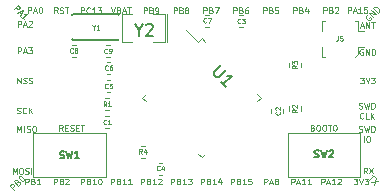
<source format=gto>
G04 #@! TF.GenerationSoftware,KiCad,Pcbnew,5.0.0-rc2-unknown-a288d61~65~ubuntu18.04.1*
G04 #@! TF.CreationDate,2018-07-04T19:13:05+02:00*
G04 #@! TF.ProjectId,STM32_Sensor_V4,53544D33325F53656E736F725F56342E,rev?*
G04 #@! TF.SameCoordinates,Original*
G04 #@! TF.FileFunction,Legend,Top*
G04 #@! TF.FilePolarity,Positive*
%FSLAX46Y46*%
G04 Gerber Fmt 4.6, Leading zero omitted, Abs format (unit mm)*
G04 Created by KiCad (PCBNEW 5.0.0-rc2-unknown-a288d61~65~ubuntu18.04.1) date Wed Jul  4 19:13:05 2018*
%MOMM*%
%LPD*%
G01*
G04 APERTURE LIST*
%ADD10C,0.100000*%
%ADD11C,0.120000*%
%ADD12C,0.150000*%
G04 APERTURE END LIST*
D10*
X154533333Y-103264285D02*
X154604761Y-103288095D01*
X154628571Y-103311904D01*
X154652380Y-103359523D01*
X154652380Y-103430952D01*
X154628571Y-103478571D01*
X154604761Y-103502380D01*
X154557142Y-103526190D01*
X154366666Y-103526190D01*
X154366666Y-103026190D01*
X154533333Y-103026190D01*
X154580952Y-103050000D01*
X154604761Y-103073809D01*
X154628571Y-103121428D01*
X154628571Y-103169047D01*
X154604761Y-103216666D01*
X154580952Y-103240476D01*
X154533333Y-103264285D01*
X154366666Y-103264285D01*
X154961904Y-103026190D02*
X155057142Y-103026190D01*
X155104761Y-103050000D01*
X155152380Y-103097619D01*
X155176190Y-103192857D01*
X155176190Y-103359523D01*
X155152380Y-103454761D01*
X155104761Y-103502380D01*
X155057142Y-103526190D01*
X154961904Y-103526190D01*
X154914285Y-103502380D01*
X154866666Y-103454761D01*
X154842857Y-103359523D01*
X154842857Y-103192857D01*
X154866666Y-103097619D01*
X154914285Y-103050000D01*
X154961904Y-103026190D01*
X155485714Y-103026190D02*
X155580952Y-103026190D01*
X155628571Y-103050000D01*
X155676190Y-103097619D01*
X155700000Y-103192857D01*
X155700000Y-103359523D01*
X155676190Y-103454761D01*
X155628571Y-103502380D01*
X155580952Y-103526190D01*
X155485714Y-103526190D01*
X155438095Y-103502380D01*
X155390476Y-103454761D01*
X155366666Y-103359523D01*
X155366666Y-103192857D01*
X155390476Y-103097619D01*
X155438095Y-103050000D01*
X155485714Y-103026190D01*
X155842857Y-103026190D02*
X156128571Y-103026190D01*
X155985714Y-103526190D02*
X155985714Y-103026190D01*
X156390476Y-103026190D02*
X156438095Y-103026190D01*
X156485714Y-103050000D01*
X156509523Y-103073809D01*
X156533333Y-103121428D01*
X156557142Y-103216666D01*
X156557142Y-103335714D01*
X156533333Y-103430952D01*
X156509523Y-103478571D01*
X156485714Y-103502380D01*
X156438095Y-103526190D01*
X156390476Y-103526190D01*
X156342857Y-103502380D01*
X156319047Y-103478571D01*
X156295238Y-103430952D01*
X156271428Y-103335714D01*
X156271428Y-103216666D01*
X156295238Y-103121428D01*
X156319047Y-103073809D01*
X156342857Y-103050000D01*
X156390476Y-103026190D01*
X133373809Y-103526190D02*
X133207142Y-103288095D01*
X133088095Y-103526190D02*
X133088095Y-103026190D01*
X133278571Y-103026190D01*
X133326190Y-103050000D01*
X133350000Y-103073809D01*
X133373809Y-103121428D01*
X133373809Y-103192857D01*
X133350000Y-103240476D01*
X133326190Y-103264285D01*
X133278571Y-103288095D01*
X133088095Y-103288095D01*
X133588095Y-103264285D02*
X133754761Y-103264285D01*
X133826190Y-103526190D02*
X133588095Y-103526190D01*
X133588095Y-103026190D01*
X133826190Y-103026190D01*
X134016666Y-103502380D02*
X134088095Y-103526190D01*
X134207142Y-103526190D01*
X134254761Y-103502380D01*
X134278571Y-103478571D01*
X134302380Y-103430952D01*
X134302380Y-103383333D01*
X134278571Y-103335714D01*
X134254761Y-103311904D01*
X134207142Y-103288095D01*
X134111904Y-103264285D01*
X134064285Y-103240476D01*
X134040476Y-103216666D01*
X134016666Y-103169047D01*
X134016666Y-103121428D01*
X134040476Y-103073809D01*
X134064285Y-103050000D01*
X134111904Y-103026190D01*
X134230952Y-103026190D01*
X134302380Y-103050000D01*
X134516666Y-103264285D02*
X134683333Y-103264285D01*
X134754761Y-103526190D02*
X134516666Y-103526190D01*
X134516666Y-103026190D01*
X134754761Y-103026190D01*
X134897619Y-103026190D02*
X135183333Y-103026190D01*
X135040476Y-103526190D02*
X135040476Y-103026190D01*
X158560952Y-99026190D02*
X158870476Y-99026190D01*
X158703809Y-99216666D01*
X158775238Y-99216666D01*
X158822857Y-99240476D01*
X158846666Y-99264285D01*
X158870476Y-99311904D01*
X158870476Y-99430952D01*
X158846666Y-99478571D01*
X158822857Y-99502380D01*
X158775238Y-99526190D01*
X158632380Y-99526190D01*
X158584761Y-99502380D01*
X158560952Y-99478571D01*
X159013333Y-99026190D02*
X159180000Y-99526190D01*
X159346666Y-99026190D01*
X159465714Y-99026190D02*
X159775238Y-99026190D01*
X159608571Y-99216666D01*
X159680000Y-99216666D01*
X159727619Y-99240476D01*
X159751428Y-99264285D01*
X159775238Y-99311904D01*
X159775238Y-99430952D01*
X159751428Y-99478571D01*
X159727619Y-99502380D01*
X159680000Y-99526190D01*
X159537142Y-99526190D01*
X159489523Y-99502380D01*
X159465714Y-99478571D01*
X158441428Y-101627380D02*
X158512857Y-101651190D01*
X158631904Y-101651190D01*
X158679523Y-101627380D01*
X158703333Y-101603571D01*
X158727142Y-101555952D01*
X158727142Y-101508333D01*
X158703333Y-101460714D01*
X158679523Y-101436904D01*
X158631904Y-101413095D01*
X158536666Y-101389285D01*
X158489047Y-101365476D01*
X158465238Y-101341666D01*
X158441428Y-101294047D01*
X158441428Y-101246428D01*
X158465238Y-101198809D01*
X158489047Y-101175000D01*
X158536666Y-101151190D01*
X158655714Y-101151190D01*
X158727142Y-101175000D01*
X158893809Y-101151190D02*
X159012857Y-101651190D01*
X159108095Y-101294047D01*
X159203333Y-101651190D01*
X159322380Y-101151190D01*
X159512857Y-101651190D02*
X159512857Y-101151190D01*
X159631904Y-101151190D01*
X159703333Y-101175000D01*
X159750952Y-101222619D01*
X159774761Y-101270238D01*
X159798571Y-101365476D01*
X159798571Y-101436904D01*
X159774761Y-101532142D01*
X159750952Y-101579761D01*
X159703333Y-101627380D01*
X159631904Y-101651190D01*
X159512857Y-101651190D01*
X158822380Y-102453571D02*
X158798571Y-102477380D01*
X158727142Y-102501190D01*
X158679523Y-102501190D01*
X158608095Y-102477380D01*
X158560476Y-102429761D01*
X158536666Y-102382142D01*
X158512857Y-102286904D01*
X158512857Y-102215476D01*
X158536666Y-102120238D01*
X158560476Y-102072619D01*
X158608095Y-102025000D01*
X158679523Y-102001190D01*
X158727142Y-102001190D01*
X158798571Y-102025000D01*
X158822380Y-102048809D01*
X159274761Y-102501190D02*
X159036666Y-102501190D01*
X159036666Y-102001190D01*
X159441428Y-102501190D02*
X159441428Y-102001190D01*
X159727142Y-102501190D02*
X159512857Y-102215476D01*
X159727142Y-102001190D02*
X159441428Y-102286904D01*
X159146666Y-107146190D02*
X158980000Y-106908095D01*
X158860952Y-107146190D02*
X158860952Y-106646190D01*
X159051428Y-106646190D01*
X159099047Y-106670000D01*
X159122857Y-106693809D01*
X159146666Y-106741428D01*
X159146666Y-106812857D01*
X159122857Y-106860476D01*
X159099047Y-106884285D01*
X159051428Y-106908095D01*
X158860952Y-106908095D01*
X159313333Y-106646190D02*
X159646666Y-107146190D01*
X159646666Y-106646190D02*
X159313333Y-107146190D01*
X158441428Y-103597380D02*
X158512857Y-103621190D01*
X158631904Y-103621190D01*
X158679523Y-103597380D01*
X158703333Y-103573571D01*
X158727142Y-103525952D01*
X158727142Y-103478333D01*
X158703333Y-103430714D01*
X158679523Y-103406904D01*
X158631904Y-103383095D01*
X158536666Y-103359285D01*
X158489047Y-103335476D01*
X158465238Y-103311666D01*
X158441428Y-103264047D01*
X158441428Y-103216428D01*
X158465238Y-103168809D01*
X158489047Y-103145000D01*
X158536666Y-103121190D01*
X158655714Y-103121190D01*
X158727142Y-103145000D01*
X158893809Y-103121190D02*
X159012857Y-103621190D01*
X159108095Y-103264047D01*
X159203333Y-103621190D01*
X159322380Y-103121190D01*
X159512857Y-103621190D02*
X159512857Y-103121190D01*
X159631904Y-103121190D01*
X159703333Y-103145000D01*
X159750952Y-103192619D01*
X159774761Y-103240238D01*
X159798571Y-103335476D01*
X159798571Y-103406904D01*
X159774761Y-103502142D01*
X159750952Y-103549761D01*
X159703333Y-103597380D01*
X159631904Y-103621190D01*
X159512857Y-103621190D01*
X158858095Y-104471190D02*
X158858095Y-103971190D01*
X159191428Y-103971190D02*
X159286666Y-103971190D01*
X159334285Y-103995000D01*
X159381904Y-104042619D01*
X159405714Y-104137857D01*
X159405714Y-104304523D01*
X159381904Y-104399761D01*
X159334285Y-104447380D01*
X159286666Y-104471190D01*
X159191428Y-104471190D01*
X159143809Y-104447380D01*
X159096190Y-104399761D01*
X159072380Y-104304523D01*
X159072380Y-104137857D01*
X159096190Y-104042619D01*
X159143809Y-103995000D01*
X159191428Y-103971190D01*
X158608571Y-94673333D02*
X158846666Y-94673333D01*
X158560952Y-94816190D02*
X158727619Y-94316190D01*
X158894285Y-94816190D01*
X159060952Y-94816190D02*
X159060952Y-94316190D01*
X159346666Y-94816190D01*
X159346666Y-94316190D01*
X159513333Y-94316190D02*
X159799047Y-94316190D01*
X159656190Y-94816190D02*
X159656190Y-94316190D01*
X158779047Y-96640000D02*
X158731428Y-96616190D01*
X158660000Y-96616190D01*
X158588571Y-96640000D01*
X158540952Y-96687619D01*
X158517142Y-96735238D01*
X158493333Y-96830476D01*
X158493333Y-96901904D01*
X158517142Y-96997142D01*
X158540952Y-97044761D01*
X158588571Y-97092380D01*
X158660000Y-97116190D01*
X158707619Y-97116190D01*
X158779047Y-97092380D01*
X158802857Y-97068571D01*
X158802857Y-96901904D01*
X158707619Y-96901904D01*
X159017142Y-97116190D02*
X159017142Y-96616190D01*
X159302857Y-97116190D01*
X159302857Y-96616190D01*
X159540952Y-97116190D02*
X159540952Y-96616190D01*
X159660000Y-96616190D01*
X159731428Y-96640000D01*
X159779047Y-96687619D01*
X159802857Y-96735238D01*
X159826666Y-96830476D01*
X159826666Y-96901904D01*
X159802857Y-96997142D01*
X159779047Y-97044761D01*
X159731428Y-97092380D01*
X159660000Y-97116190D01*
X159540952Y-97116190D01*
X129134285Y-107176190D02*
X129134285Y-106676190D01*
X129300952Y-107033333D01*
X129467619Y-106676190D01*
X129467619Y-107176190D01*
X129800952Y-106676190D02*
X129896190Y-106676190D01*
X129943809Y-106700000D01*
X129991428Y-106747619D01*
X130015238Y-106842857D01*
X130015238Y-107009523D01*
X129991428Y-107104761D01*
X129943809Y-107152380D01*
X129896190Y-107176190D01*
X129800952Y-107176190D01*
X129753333Y-107152380D01*
X129705714Y-107104761D01*
X129681904Y-107009523D01*
X129681904Y-106842857D01*
X129705714Y-106747619D01*
X129753333Y-106700000D01*
X129800952Y-106676190D01*
X130205714Y-107152380D02*
X130277142Y-107176190D01*
X130396190Y-107176190D01*
X130443809Y-107152380D01*
X130467619Y-107128571D01*
X130491428Y-107080952D01*
X130491428Y-107033333D01*
X130467619Y-106985714D01*
X130443809Y-106961904D01*
X130396190Y-106938095D01*
X130300952Y-106914285D01*
X130253333Y-106890476D01*
X130229523Y-106866666D01*
X130205714Y-106819047D01*
X130205714Y-106771428D01*
X130229523Y-106723809D01*
X130253333Y-106700000D01*
X130300952Y-106676190D01*
X130420000Y-106676190D01*
X130491428Y-106700000D01*
X130705714Y-107176190D02*
X130705714Y-106676190D01*
X129544285Y-103626190D02*
X129544285Y-103126190D01*
X129710952Y-103483333D01*
X129877619Y-103126190D01*
X129877619Y-103626190D01*
X130115714Y-103626190D02*
X130115714Y-103126190D01*
X130330000Y-103602380D02*
X130401428Y-103626190D01*
X130520476Y-103626190D01*
X130568095Y-103602380D01*
X130591904Y-103578571D01*
X130615714Y-103530952D01*
X130615714Y-103483333D01*
X130591904Y-103435714D01*
X130568095Y-103411904D01*
X130520476Y-103388095D01*
X130425238Y-103364285D01*
X130377619Y-103340476D01*
X130353809Y-103316666D01*
X130330000Y-103269047D01*
X130330000Y-103221428D01*
X130353809Y-103173809D01*
X130377619Y-103150000D01*
X130425238Y-103126190D01*
X130544285Y-103126190D01*
X130615714Y-103150000D01*
X130925238Y-103126190D02*
X131020476Y-103126190D01*
X131068095Y-103150000D01*
X131115714Y-103197619D01*
X131139523Y-103292857D01*
X131139523Y-103459523D01*
X131115714Y-103554761D01*
X131068095Y-103602380D01*
X131020476Y-103626190D01*
X130925238Y-103626190D01*
X130877619Y-103602380D01*
X130830000Y-103554761D01*
X130806190Y-103459523D01*
X130806190Y-103292857D01*
X130830000Y-103197619D01*
X130877619Y-103150000D01*
X130925238Y-103126190D01*
X129517142Y-102044380D02*
X129588571Y-102068190D01*
X129707619Y-102068190D01*
X129755238Y-102044380D01*
X129779047Y-102020571D01*
X129802857Y-101972952D01*
X129802857Y-101925333D01*
X129779047Y-101877714D01*
X129755238Y-101853904D01*
X129707619Y-101830095D01*
X129612380Y-101806285D01*
X129564761Y-101782476D01*
X129540952Y-101758666D01*
X129517142Y-101711047D01*
X129517142Y-101663428D01*
X129540952Y-101615809D01*
X129564761Y-101592000D01*
X129612380Y-101568190D01*
X129731428Y-101568190D01*
X129802857Y-101592000D01*
X130302857Y-102020571D02*
X130279047Y-102044380D01*
X130207619Y-102068190D01*
X130160000Y-102068190D01*
X130088571Y-102044380D01*
X130040952Y-101996761D01*
X130017142Y-101949142D01*
X129993333Y-101853904D01*
X129993333Y-101782476D01*
X130017142Y-101687238D01*
X130040952Y-101639619D01*
X130088571Y-101592000D01*
X130160000Y-101568190D01*
X130207619Y-101568190D01*
X130279047Y-101592000D01*
X130302857Y-101615809D01*
X130517142Y-102068190D02*
X130517142Y-101568190D01*
X130802857Y-102068190D02*
X130588571Y-101782476D01*
X130802857Y-101568190D02*
X130517142Y-101853904D01*
X129540952Y-99524190D02*
X129540952Y-99024190D01*
X129826666Y-99524190D01*
X129826666Y-99024190D01*
X130040952Y-99500380D02*
X130112380Y-99524190D01*
X130231428Y-99524190D01*
X130279047Y-99500380D01*
X130302857Y-99476571D01*
X130326666Y-99428952D01*
X130326666Y-99381333D01*
X130302857Y-99333714D01*
X130279047Y-99309904D01*
X130231428Y-99286095D01*
X130136190Y-99262285D01*
X130088571Y-99238476D01*
X130064761Y-99214666D01*
X130040952Y-99167047D01*
X130040952Y-99119428D01*
X130064761Y-99071809D01*
X130088571Y-99048000D01*
X130136190Y-99024190D01*
X130255238Y-99024190D01*
X130326666Y-99048000D01*
X130517142Y-99500380D02*
X130588571Y-99524190D01*
X130707619Y-99524190D01*
X130755238Y-99500380D01*
X130779047Y-99476571D01*
X130802857Y-99428952D01*
X130802857Y-99381333D01*
X130779047Y-99333714D01*
X130755238Y-99309904D01*
X130707619Y-99286095D01*
X130612380Y-99262285D01*
X130564761Y-99238476D01*
X130540952Y-99214666D01*
X130517142Y-99167047D01*
X130517142Y-99119428D01*
X130540952Y-99071809D01*
X130564761Y-99048000D01*
X130612380Y-99024190D01*
X130731428Y-99024190D01*
X130802857Y-99048000D01*
X129576666Y-96980190D02*
X129576666Y-96480190D01*
X129767142Y-96480190D01*
X129814761Y-96504000D01*
X129838571Y-96527809D01*
X129862380Y-96575428D01*
X129862380Y-96646857D01*
X129838571Y-96694476D01*
X129814761Y-96718285D01*
X129767142Y-96742095D01*
X129576666Y-96742095D01*
X130052857Y-96837333D02*
X130290952Y-96837333D01*
X130005238Y-96980190D02*
X130171904Y-96480190D01*
X130338571Y-96980190D01*
X130457619Y-96480190D02*
X130767142Y-96480190D01*
X130600476Y-96670666D01*
X130671904Y-96670666D01*
X130719523Y-96694476D01*
X130743333Y-96718285D01*
X130767142Y-96765904D01*
X130767142Y-96884952D01*
X130743333Y-96932571D01*
X130719523Y-96956380D01*
X130671904Y-96980190D01*
X130529047Y-96980190D01*
X130481428Y-96956380D01*
X130457619Y-96932571D01*
X129576666Y-94726190D02*
X129576666Y-94226190D01*
X129767142Y-94226190D01*
X129814761Y-94250000D01*
X129838571Y-94273809D01*
X129862380Y-94321428D01*
X129862380Y-94392857D01*
X129838571Y-94440476D01*
X129814761Y-94464285D01*
X129767142Y-94488095D01*
X129576666Y-94488095D01*
X130052857Y-94583333D02*
X130290952Y-94583333D01*
X130005238Y-94726190D02*
X130171904Y-94226190D01*
X130338571Y-94726190D01*
X130481428Y-94273809D02*
X130505238Y-94250000D01*
X130552857Y-94226190D01*
X130671904Y-94226190D01*
X130719523Y-94250000D01*
X130743333Y-94273809D01*
X130767142Y-94321428D01*
X130767142Y-94369047D01*
X130743333Y-94440476D01*
X130457619Y-94726190D01*
X130767142Y-94726190D01*
X159574238Y-107247013D02*
X159776269Y-107449043D01*
X159321700Y-107701582D02*
X159675253Y-107348028D01*
X159860448Y-107533223D02*
X159742597Y-108122478D01*
X160096150Y-107768925D02*
X159506895Y-107886776D01*
X159163849Y-93722597D02*
X159113341Y-93739433D01*
X159062834Y-93789940D01*
X159029162Y-93857284D01*
X159029162Y-93924627D01*
X159045998Y-93975135D01*
X159096505Y-94059314D01*
X159147013Y-94109822D01*
X159231192Y-94160330D01*
X159281700Y-94177165D01*
X159349043Y-94177165D01*
X159416387Y-94143494D01*
X159450059Y-94109822D01*
X159483730Y-94042478D01*
X159483730Y-94008807D01*
X159365879Y-93890956D01*
X159298536Y-93958299D01*
X159668925Y-93890956D02*
X159315372Y-93537402D01*
X159870956Y-93688925D01*
X159517402Y-93335372D01*
X160039314Y-93520566D02*
X159685761Y-93167013D01*
X159769940Y-93082834D01*
X159837284Y-93049162D01*
X159904627Y-93049162D01*
X159955135Y-93065998D01*
X160039314Y-93116505D01*
X160089822Y-93167013D01*
X160140330Y-93251192D01*
X160157165Y-93301700D01*
X160157165Y-93369043D01*
X160123494Y-93436387D01*
X160039314Y-93520566D01*
X129252208Y-108527673D02*
X128898654Y-108174120D01*
X129033341Y-108039433D01*
X129083849Y-108022597D01*
X129117521Y-108022597D01*
X129168028Y-108039433D01*
X129218536Y-108089940D01*
X129235372Y-108140448D01*
X129235372Y-108174120D01*
X129218536Y-108224627D01*
X129083849Y-108359314D01*
X129538417Y-107871074D02*
X129605761Y-107837402D01*
X129639433Y-107837402D01*
X129689940Y-107854238D01*
X129740448Y-107904746D01*
X129757284Y-107955253D01*
X129757284Y-107988925D01*
X129740448Y-108039433D01*
X129605761Y-108174120D01*
X129252208Y-107820566D01*
X129370059Y-107702715D01*
X129420566Y-107685879D01*
X129454238Y-107685879D01*
X129504746Y-107702715D01*
X129538417Y-107736387D01*
X129555253Y-107786895D01*
X129555253Y-107820566D01*
X129538417Y-107871074D01*
X129420566Y-107988925D01*
X129673104Y-107399669D02*
X129706776Y-107365998D01*
X129757284Y-107349162D01*
X129790956Y-107349162D01*
X129841463Y-107365998D01*
X129925643Y-107416505D01*
X130009822Y-107500685D01*
X130060330Y-107584864D01*
X130077165Y-107635372D01*
X130077165Y-107669043D01*
X130060330Y-107719551D01*
X130026658Y-107753223D01*
X129976150Y-107770059D01*
X129942478Y-107770059D01*
X129891971Y-107753223D01*
X129807791Y-107702715D01*
X129723612Y-107618536D01*
X129673104Y-107534356D01*
X129656269Y-107483849D01*
X129656269Y-107450177D01*
X129673104Y-107399669D01*
X129217580Y-93237461D02*
X129571133Y-92883908D01*
X129705820Y-93018595D01*
X129722656Y-93069103D01*
X129722656Y-93102774D01*
X129705820Y-93153282D01*
X129655312Y-93203790D01*
X129604805Y-93220625D01*
X129571133Y-93220625D01*
X129520625Y-93203790D01*
X129385938Y-93069103D01*
X129655312Y-93473164D02*
X129823671Y-93641522D01*
X129520625Y-93540507D02*
X129992030Y-93304805D01*
X129756328Y-93776209D01*
X130059374Y-94079255D02*
X129857343Y-93877225D01*
X129958358Y-93978240D02*
X130311912Y-93624687D01*
X130227732Y-93641522D01*
X130160389Y-93641522D01*
X130109881Y-93624687D01*
X140002857Y-108076190D02*
X140002857Y-107576190D01*
X140193333Y-107576190D01*
X140240952Y-107600000D01*
X140264761Y-107623809D01*
X140288571Y-107671428D01*
X140288571Y-107742857D01*
X140264761Y-107790476D01*
X140240952Y-107814285D01*
X140193333Y-107838095D01*
X140002857Y-107838095D01*
X140669523Y-107814285D02*
X140740952Y-107838095D01*
X140764761Y-107861904D01*
X140788571Y-107909523D01*
X140788571Y-107980952D01*
X140764761Y-108028571D01*
X140740952Y-108052380D01*
X140693333Y-108076190D01*
X140502857Y-108076190D01*
X140502857Y-107576190D01*
X140669523Y-107576190D01*
X140717142Y-107600000D01*
X140740952Y-107623809D01*
X140764761Y-107671428D01*
X140764761Y-107719047D01*
X140740952Y-107766666D01*
X140717142Y-107790476D01*
X140669523Y-107814285D01*
X140502857Y-107814285D01*
X141264761Y-108076190D02*
X140979047Y-108076190D01*
X141121904Y-108076190D02*
X141121904Y-107576190D01*
X141074285Y-107647619D01*
X141026666Y-107695238D01*
X140979047Y-107719047D01*
X141455238Y-107623809D02*
X141479047Y-107600000D01*
X141526666Y-107576190D01*
X141645714Y-107576190D01*
X141693333Y-107600000D01*
X141717142Y-107623809D01*
X141740952Y-107671428D01*
X141740952Y-107719047D01*
X141717142Y-107790476D01*
X141431428Y-108076190D01*
X141740952Y-108076190D01*
X134922857Y-108076190D02*
X134922857Y-107576190D01*
X135113333Y-107576190D01*
X135160952Y-107600000D01*
X135184761Y-107623809D01*
X135208571Y-107671428D01*
X135208571Y-107742857D01*
X135184761Y-107790476D01*
X135160952Y-107814285D01*
X135113333Y-107838095D01*
X134922857Y-107838095D01*
X135589523Y-107814285D02*
X135660952Y-107838095D01*
X135684761Y-107861904D01*
X135708571Y-107909523D01*
X135708571Y-107980952D01*
X135684761Y-108028571D01*
X135660952Y-108052380D01*
X135613333Y-108076190D01*
X135422857Y-108076190D01*
X135422857Y-107576190D01*
X135589523Y-107576190D01*
X135637142Y-107600000D01*
X135660952Y-107623809D01*
X135684761Y-107671428D01*
X135684761Y-107719047D01*
X135660952Y-107766666D01*
X135637142Y-107790476D01*
X135589523Y-107814285D01*
X135422857Y-107814285D01*
X136184761Y-108076190D02*
X135899047Y-108076190D01*
X136041904Y-108076190D02*
X136041904Y-107576190D01*
X135994285Y-107647619D01*
X135946666Y-107695238D01*
X135899047Y-107719047D01*
X136494285Y-107576190D02*
X136541904Y-107576190D01*
X136589523Y-107600000D01*
X136613333Y-107623809D01*
X136637142Y-107671428D01*
X136660952Y-107766666D01*
X136660952Y-107885714D01*
X136637142Y-107980952D01*
X136613333Y-108028571D01*
X136589523Y-108052380D01*
X136541904Y-108076190D01*
X136494285Y-108076190D01*
X136446666Y-108052380D01*
X136422857Y-108028571D01*
X136399047Y-107980952D01*
X136375238Y-107885714D01*
X136375238Y-107766666D01*
X136399047Y-107671428D01*
X136422857Y-107623809D01*
X136446666Y-107600000D01*
X136494285Y-107576190D01*
X130220952Y-108076190D02*
X130220952Y-107576190D01*
X130411428Y-107576190D01*
X130459047Y-107600000D01*
X130482857Y-107623809D01*
X130506666Y-107671428D01*
X130506666Y-107742857D01*
X130482857Y-107790476D01*
X130459047Y-107814285D01*
X130411428Y-107838095D01*
X130220952Y-107838095D01*
X130887619Y-107814285D02*
X130959047Y-107838095D01*
X130982857Y-107861904D01*
X131006666Y-107909523D01*
X131006666Y-107980952D01*
X130982857Y-108028571D01*
X130959047Y-108052380D01*
X130911428Y-108076190D01*
X130720952Y-108076190D01*
X130720952Y-107576190D01*
X130887619Y-107576190D01*
X130935238Y-107600000D01*
X130959047Y-107623809D01*
X130982857Y-107671428D01*
X130982857Y-107719047D01*
X130959047Y-107766666D01*
X130935238Y-107790476D01*
X130887619Y-107814285D01*
X130720952Y-107814285D01*
X131482857Y-108076190D02*
X131197142Y-108076190D01*
X131340000Y-108076190D02*
X131340000Y-107576190D01*
X131292380Y-107647619D01*
X131244761Y-107695238D01*
X131197142Y-107719047D01*
X132620952Y-108076190D02*
X132620952Y-107576190D01*
X132811428Y-107576190D01*
X132859047Y-107600000D01*
X132882857Y-107623809D01*
X132906666Y-107671428D01*
X132906666Y-107742857D01*
X132882857Y-107790476D01*
X132859047Y-107814285D01*
X132811428Y-107838095D01*
X132620952Y-107838095D01*
X133287619Y-107814285D02*
X133359047Y-107838095D01*
X133382857Y-107861904D01*
X133406666Y-107909523D01*
X133406666Y-107980952D01*
X133382857Y-108028571D01*
X133359047Y-108052380D01*
X133311428Y-108076190D01*
X133120952Y-108076190D01*
X133120952Y-107576190D01*
X133287619Y-107576190D01*
X133335238Y-107600000D01*
X133359047Y-107623809D01*
X133382857Y-107671428D01*
X133382857Y-107719047D01*
X133359047Y-107766666D01*
X133335238Y-107790476D01*
X133287619Y-107814285D01*
X133120952Y-107814285D01*
X133597142Y-107623809D02*
X133620952Y-107600000D01*
X133668571Y-107576190D01*
X133787619Y-107576190D01*
X133835238Y-107600000D01*
X133859047Y-107623809D01*
X133882857Y-107671428D01*
X133882857Y-107719047D01*
X133859047Y-107790476D01*
X133573333Y-108076190D01*
X133882857Y-108076190D01*
X137462857Y-108076190D02*
X137462857Y-107576190D01*
X137653333Y-107576190D01*
X137700952Y-107600000D01*
X137724761Y-107623809D01*
X137748571Y-107671428D01*
X137748571Y-107742857D01*
X137724761Y-107790476D01*
X137700952Y-107814285D01*
X137653333Y-107838095D01*
X137462857Y-107838095D01*
X138129523Y-107814285D02*
X138200952Y-107838095D01*
X138224761Y-107861904D01*
X138248571Y-107909523D01*
X138248571Y-107980952D01*
X138224761Y-108028571D01*
X138200952Y-108052380D01*
X138153333Y-108076190D01*
X137962857Y-108076190D01*
X137962857Y-107576190D01*
X138129523Y-107576190D01*
X138177142Y-107600000D01*
X138200952Y-107623809D01*
X138224761Y-107671428D01*
X138224761Y-107719047D01*
X138200952Y-107766666D01*
X138177142Y-107790476D01*
X138129523Y-107814285D01*
X137962857Y-107814285D01*
X138724761Y-108076190D02*
X138439047Y-108076190D01*
X138581904Y-108076190D02*
X138581904Y-107576190D01*
X138534285Y-107647619D01*
X138486666Y-107695238D01*
X138439047Y-107719047D01*
X139200952Y-108076190D02*
X138915238Y-108076190D01*
X139058095Y-108076190D02*
X139058095Y-107576190D01*
X139010476Y-107647619D01*
X138962857Y-107695238D01*
X138915238Y-107719047D01*
X145082857Y-108076190D02*
X145082857Y-107576190D01*
X145273333Y-107576190D01*
X145320952Y-107600000D01*
X145344761Y-107623809D01*
X145368571Y-107671428D01*
X145368571Y-107742857D01*
X145344761Y-107790476D01*
X145320952Y-107814285D01*
X145273333Y-107838095D01*
X145082857Y-107838095D01*
X145749523Y-107814285D02*
X145820952Y-107838095D01*
X145844761Y-107861904D01*
X145868571Y-107909523D01*
X145868571Y-107980952D01*
X145844761Y-108028571D01*
X145820952Y-108052380D01*
X145773333Y-108076190D01*
X145582857Y-108076190D01*
X145582857Y-107576190D01*
X145749523Y-107576190D01*
X145797142Y-107600000D01*
X145820952Y-107623809D01*
X145844761Y-107671428D01*
X145844761Y-107719047D01*
X145820952Y-107766666D01*
X145797142Y-107790476D01*
X145749523Y-107814285D01*
X145582857Y-107814285D01*
X146344761Y-108076190D02*
X146059047Y-108076190D01*
X146201904Y-108076190D02*
X146201904Y-107576190D01*
X146154285Y-107647619D01*
X146106666Y-107695238D01*
X146059047Y-107719047D01*
X146773333Y-107742857D02*
X146773333Y-108076190D01*
X146654285Y-107552380D02*
X146535238Y-107909523D01*
X146844761Y-107909523D01*
X158020952Y-107576190D02*
X158330476Y-107576190D01*
X158163809Y-107766666D01*
X158235238Y-107766666D01*
X158282857Y-107790476D01*
X158306666Y-107814285D01*
X158330476Y-107861904D01*
X158330476Y-107980952D01*
X158306666Y-108028571D01*
X158282857Y-108052380D01*
X158235238Y-108076190D01*
X158092380Y-108076190D01*
X158044761Y-108052380D01*
X158020952Y-108028571D01*
X158473333Y-107576190D02*
X158640000Y-108076190D01*
X158806666Y-107576190D01*
X158925714Y-107576190D02*
X159235238Y-107576190D01*
X159068571Y-107766666D01*
X159140000Y-107766666D01*
X159187619Y-107790476D01*
X159211428Y-107814285D01*
X159235238Y-107861904D01*
X159235238Y-107980952D01*
X159211428Y-108028571D01*
X159187619Y-108052380D01*
X159140000Y-108076190D01*
X158997142Y-108076190D01*
X158949523Y-108052380D01*
X158925714Y-108028571D01*
X147622857Y-108076190D02*
X147622857Y-107576190D01*
X147813333Y-107576190D01*
X147860952Y-107600000D01*
X147884761Y-107623809D01*
X147908571Y-107671428D01*
X147908571Y-107742857D01*
X147884761Y-107790476D01*
X147860952Y-107814285D01*
X147813333Y-107838095D01*
X147622857Y-107838095D01*
X148289523Y-107814285D02*
X148360952Y-107838095D01*
X148384761Y-107861904D01*
X148408571Y-107909523D01*
X148408571Y-107980952D01*
X148384761Y-108028571D01*
X148360952Y-108052380D01*
X148313333Y-108076190D01*
X148122857Y-108076190D01*
X148122857Y-107576190D01*
X148289523Y-107576190D01*
X148337142Y-107600000D01*
X148360952Y-107623809D01*
X148384761Y-107671428D01*
X148384761Y-107719047D01*
X148360952Y-107766666D01*
X148337142Y-107790476D01*
X148289523Y-107814285D01*
X148122857Y-107814285D01*
X148884761Y-108076190D02*
X148599047Y-108076190D01*
X148741904Y-108076190D02*
X148741904Y-107576190D01*
X148694285Y-107647619D01*
X148646666Y-107695238D01*
X148599047Y-107719047D01*
X149337142Y-107576190D02*
X149099047Y-107576190D01*
X149075238Y-107814285D01*
X149099047Y-107790476D01*
X149146666Y-107766666D01*
X149265714Y-107766666D01*
X149313333Y-107790476D01*
X149337142Y-107814285D01*
X149360952Y-107861904D01*
X149360952Y-107980952D01*
X149337142Y-108028571D01*
X149313333Y-108052380D01*
X149265714Y-108076190D01*
X149146666Y-108076190D01*
X149099047Y-108052380D01*
X149075238Y-108028571D01*
X155278571Y-108076190D02*
X155278571Y-107576190D01*
X155469047Y-107576190D01*
X155516666Y-107600000D01*
X155540476Y-107623809D01*
X155564285Y-107671428D01*
X155564285Y-107742857D01*
X155540476Y-107790476D01*
X155516666Y-107814285D01*
X155469047Y-107838095D01*
X155278571Y-107838095D01*
X155754761Y-107933333D02*
X155992857Y-107933333D01*
X155707142Y-108076190D02*
X155873809Y-107576190D01*
X156040476Y-108076190D01*
X156469047Y-108076190D02*
X156183333Y-108076190D01*
X156326190Y-108076190D02*
X156326190Y-107576190D01*
X156278571Y-107647619D01*
X156230952Y-107695238D01*
X156183333Y-107719047D01*
X156659523Y-107623809D02*
X156683333Y-107600000D01*
X156730952Y-107576190D01*
X156850000Y-107576190D01*
X156897619Y-107600000D01*
X156921428Y-107623809D01*
X156945238Y-107671428D01*
X156945238Y-107719047D01*
X156921428Y-107790476D01*
X156635714Y-108076190D01*
X156945238Y-108076190D01*
X142542857Y-108076190D02*
X142542857Y-107576190D01*
X142733333Y-107576190D01*
X142780952Y-107600000D01*
X142804761Y-107623809D01*
X142828571Y-107671428D01*
X142828571Y-107742857D01*
X142804761Y-107790476D01*
X142780952Y-107814285D01*
X142733333Y-107838095D01*
X142542857Y-107838095D01*
X143209523Y-107814285D02*
X143280952Y-107838095D01*
X143304761Y-107861904D01*
X143328571Y-107909523D01*
X143328571Y-107980952D01*
X143304761Y-108028571D01*
X143280952Y-108052380D01*
X143233333Y-108076190D01*
X143042857Y-108076190D01*
X143042857Y-107576190D01*
X143209523Y-107576190D01*
X143257142Y-107600000D01*
X143280952Y-107623809D01*
X143304761Y-107671428D01*
X143304761Y-107719047D01*
X143280952Y-107766666D01*
X143257142Y-107790476D01*
X143209523Y-107814285D01*
X143042857Y-107814285D01*
X143804761Y-108076190D02*
X143519047Y-108076190D01*
X143661904Y-108076190D02*
X143661904Y-107576190D01*
X143614285Y-107647619D01*
X143566666Y-107695238D01*
X143519047Y-107719047D01*
X143971428Y-107576190D02*
X144280952Y-107576190D01*
X144114285Y-107766666D01*
X144185714Y-107766666D01*
X144233333Y-107790476D01*
X144257142Y-107814285D01*
X144280952Y-107861904D01*
X144280952Y-107980952D01*
X144257142Y-108028571D01*
X144233333Y-108052380D01*
X144185714Y-108076190D01*
X144042857Y-108076190D01*
X143995238Y-108052380D01*
X143971428Y-108028571D01*
X150436666Y-108076190D02*
X150436666Y-107576190D01*
X150627142Y-107576190D01*
X150674761Y-107600000D01*
X150698571Y-107623809D01*
X150722380Y-107671428D01*
X150722380Y-107742857D01*
X150698571Y-107790476D01*
X150674761Y-107814285D01*
X150627142Y-107838095D01*
X150436666Y-107838095D01*
X150912857Y-107933333D02*
X151150952Y-107933333D01*
X150865238Y-108076190D02*
X151031904Y-107576190D01*
X151198571Y-108076190D01*
X151436666Y-107790476D02*
X151389047Y-107766666D01*
X151365238Y-107742857D01*
X151341428Y-107695238D01*
X151341428Y-107671428D01*
X151365238Y-107623809D01*
X151389047Y-107600000D01*
X151436666Y-107576190D01*
X151531904Y-107576190D01*
X151579523Y-107600000D01*
X151603333Y-107623809D01*
X151627142Y-107671428D01*
X151627142Y-107695238D01*
X151603333Y-107742857D01*
X151579523Y-107766666D01*
X151531904Y-107790476D01*
X151436666Y-107790476D01*
X151389047Y-107814285D01*
X151365238Y-107838095D01*
X151341428Y-107885714D01*
X151341428Y-107980952D01*
X151365238Y-108028571D01*
X151389047Y-108052380D01*
X151436666Y-108076190D01*
X151531904Y-108076190D01*
X151579523Y-108052380D01*
X151603333Y-108028571D01*
X151627142Y-107980952D01*
X151627142Y-107885714D01*
X151603333Y-107838095D01*
X151579523Y-107814285D01*
X151531904Y-107790476D01*
X152738571Y-108076190D02*
X152738571Y-107576190D01*
X152929047Y-107576190D01*
X152976666Y-107600000D01*
X153000476Y-107623809D01*
X153024285Y-107671428D01*
X153024285Y-107742857D01*
X153000476Y-107790476D01*
X152976666Y-107814285D01*
X152929047Y-107838095D01*
X152738571Y-107838095D01*
X153214761Y-107933333D02*
X153452857Y-107933333D01*
X153167142Y-108076190D02*
X153333809Y-107576190D01*
X153500476Y-108076190D01*
X153929047Y-108076190D02*
X153643333Y-108076190D01*
X153786190Y-108076190D02*
X153786190Y-107576190D01*
X153738571Y-107647619D01*
X153690952Y-107695238D01*
X153643333Y-107719047D01*
X154405238Y-108076190D02*
X154119523Y-108076190D01*
X154262380Y-108076190D02*
X154262380Y-107576190D01*
X154214761Y-107647619D01*
X154167142Y-107695238D01*
X154119523Y-107719047D01*
X150370952Y-93586190D02*
X150370952Y-93086190D01*
X150561428Y-93086190D01*
X150609047Y-93110000D01*
X150632857Y-93133809D01*
X150656666Y-93181428D01*
X150656666Y-93252857D01*
X150632857Y-93300476D01*
X150609047Y-93324285D01*
X150561428Y-93348095D01*
X150370952Y-93348095D01*
X151037619Y-93324285D02*
X151109047Y-93348095D01*
X151132857Y-93371904D01*
X151156666Y-93419523D01*
X151156666Y-93490952D01*
X151132857Y-93538571D01*
X151109047Y-93562380D01*
X151061428Y-93586190D01*
X150870952Y-93586190D01*
X150870952Y-93086190D01*
X151037619Y-93086190D01*
X151085238Y-93110000D01*
X151109047Y-93133809D01*
X151132857Y-93181428D01*
X151132857Y-93229047D01*
X151109047Y-93276666D01*
X151085238Y-93300476D01*
X151037619Y-93324285D01*
X150870952Y-93324285D01*
X151609047Y-93086190D02*
X151370952Y-93086190D01*
X151347142Y-93324285D01*
X151370952Y-93300476D01*
X151418571Y-93276666D01*
X151537619Y-93276666D01*
X151585238Y-93300476D01*
X151609047Y-93324285D01*
X151632857Y-93371904D01*
X151632857Y-93490952D01*
X151609047Y-93538571D01*
X151585238Y-93562380D01*
X151537619Y-93586190D01*
X151418571Y-93586190D01*
X151370952Y-93562380D01*
X151347142Y-93538571D01*
X155450952Y-93566190D02*
X155450952Y-93066190D01*
X155641428Y-93066190D01*
X155689047Y-93090000D01*
X155712857Y-93113809D01*
X155736666Y-93161428D01*
X155736666Y-93232857D01*
X155712857Y-93280476D01*
X155689047Y-93304285D01*
X155641428Y-93328095D01*
X155450952Y-93328095D01*
X156117619Y-93304285D02*
X156189047Y-93328095D01*
X156212857Y-93351904D01*
X156236666Y-93399523D01*
X156236666Y-93470952D01*
X156212857Y-93518571D01*
X156189047Y-93542380D01*
X156141428Y-93566190D01*
X155950952Y-93566190D01*
X155950952Y-93066190D01*
X156117619Y-93066190D01*
X156165238Y-93090000D01*
X156189047Y-93113809D01*
X156212857Y-93161428D01*
X156212857Y-93209047D01*
X156189047Y-93256666D01*
X156165238Y-93280476D01*
X156117619Y-93304285D01*
X155950952Y-93304285D01*
X156427142Y-93113809D02*
X156450952Y-93090000D01*
X156498571Y-93066190D01*
X156617619Y-93066190D01*
X156665238Y-93090000D01*
X156689047Y-93113809D01*
X156712857Y-93161428D01*
X156712857Y-93209047D01*
X156689047Y-93280476D01*
X156403333Y-93566190D01*
X156712857Y-93566190D01*
X157508571Y-93566190D02*
X157508571Y-93066190D01*
X157699047Y-93066190D01*
X157746666Y-93090000D01*
X157770476Y-93113809D01*
X157794285Y-93161428D01*
X157794285Y-93232857D01*
X157770476Y-93280476D01*
X157746666Y-93304285D01*
X157699047Y-93328095D01*
X157508571Y-93328095D01*
X157984761Y-93423333D02*
X158222857Y-93423333D01*
X157937142Y-93566190D02*
X158103809Y-93066190D01*
X158270476Y-93566190D01*
X158699047Y-93566190D02*
X158413333Y-93566190D01*
X158556190Y-93566190D02*
X158556190Y-93066190D01*
X158508571Y-93137619D01*
X158460952Y-93185238D01*
X158413333Y-93209047D01*
X159151428Y-93066190D02*
X158913333Y-93066190D01*
X158889523Y-93304285D01*
X158913333Y-93280476D01*
X158960952Y-93256666D01*
X159080000Y-93256666D01*
X159127619Y-93280476D01*
X159151428Y-93304285D01*
X159175238Y-93351904D01*
X159175238Y-93470952D01*
X159151428Y-93518571D01*
X159127619Y-93542380D01*
X159080000Y-93566190D01*
X158960952Y-93566190D01*
X158913333Y-93542380D01*
X158889523Y-93518571D01*
X152910952Y-93586190D02*
X152910952Y-93086190D01*
X153101428Y-93086190D01*
X153149047Y-93110000D01*
X153172857Y-93133809D01*
X153196666Y-93181428D01*
X153196666Y-93252857D01*
X153172857Y-93300476D01*
X153149047Y-93324285D01*
X153101428Y-93348095D01*
X152910952Y-93348095D01*
X153577619Y-93324285D02*
X153649047Y-93348095D01*
X153672857Y-93371904D01*
X153696666Y-93419523D01*
X153696666Y-93490952D01*
X153672857Y-93538571D01*
X153649047Y-93562380D01*
X153601428Y-93586190D01*
X153410952Y-93586190D01*
X153410952Y-93086190D01*
X153577619Y-93086190D01*
X153625238Y-93110000D01*
X153649047Y-93133809D01*
X153672857Y-93181428D01*
X153672857Y-93229047D01*
X153649047Y-93276666D01*
X153625238Y-93300476D01*
X153577619Y-93324285D01*
X153410952Y-93324285D01*
X154125238Y-93252857D02*
X154125238Y-93586190D01*
X154006190Y-93062380D02*
X153887142Y-93419523D01*
X154196666Y-93419523D01*
X145290952Y-93586190D02*
X145290952Y-93086190D01*
X145481428Y-93086190D01*
X145529047Y-93110000D01*
X145552857Y-93133809D01*
X145576666Y-93181428D01*
X145576666Y-93252857D01*
X145552857Y-93300476D01*
X145529047Y-93324285D01*
X145481428Y-93348095D01*
X145290952Y-93348095D01*
X145957619Y-93324285D02*
X146029047Y-93348095D01*
X146052857Y-93371904D01*
X146076666Y-93419523D01*
X146076666Y-93490952D01*
X146052857Y-93538571D01*
X146029047Y-93562380D01*
X145981428Y-93586190D01*
X145790952Y-93586190D01*
X145790952Y-93086190D01*
X145957619Y-93086190D01*
X146005238Y-93110000D01*
X146029047Y-93133809D01*
X146052857Y-93181428D01*
X146052857Y-93229047D01*
X146029047Y-93276666D01*
X146005238Y-93300476D01*
X145957619Y-93324285D01*
X145790952Y-93324285D01*
X146243333Y-93086190D02*
X146576666Y-93086190D01*
X146362380Y-93586190D01*
X140220952Y-93576190D02*
X140220952Y-93076190D01*
X140411428Y-93076190D01*
X140459047Y-93100000D01*
X140482857Y-93123809D01*
X140506666Y-93171428D01*
X140506666Y-93242857D01*
X140482857Y-93290476D01*
X140459047Y-93314285D01*
X140411428Y-93338095D01*
X140220952Y-93338095D01*
X140887619Y-93314285D02*
X140959047Y-93338095D01*
X140982857Y-93361904D01*
X141006666Y-93409523D01*
X141006666Y-93480952D01*
X140982857Y-93528571D01*
X140959047Y-93552380D01*
X140911428Y-93576190D01*
X140720952Y-93576190D01*
X140720952Y-93076190D01*
X140887619Y-93076190D01*
X140935238Y-93100000D01*
X140959047Y-93123809D01*
X140982857Y-93171428D01*
X140982857Y-93219047D01*
X140959047Y-93266666D01*
X140935238Y-93290476D01*
X140887619Y-93314285D01*
X140720952Y-93314285D01*
X141244761Y-93576190D02*
X141340000Y-93576190D01*
X141387619Y-93552380D01*
X141411428Y-93528571D01*
X141459047Y-93457142D01*
X141482857Y-93361904D01*
X141482857Y-93171428D01*
X141459047Y-93123809D01*
X141435238Y-93100000D01*
X141387619Y-93076190D01*
X141292380Y-93076190D01*
X141244761Y-93100000D01*
X141220952Y-93123809D01*
X141197142Y-93171428D01*
X141197142Y-93290476D01*
X141220952Y-93338095D01*
X141244761Y-93361904D01*
X141292380Y-93385714D01*
X141387619Y-93385714D01*
X141435238Y-93361904D01*
X141459047Y-93338095D01*
X141482857Y-93290476D01*
X142760952Y-93576190D02*
X142760952Y-93076190D01*
X142951428Y-93076190D01*
X142999047Y-93100000D01*
X143022857Y-93123809D01*
X143046666Y-93171428D01*
X143046666Y-93242857D01*
X143022857Y-93290476D01*
X142999047Y-93314285D01*
X142951428Y-93338095D01*
X142760952Y-93338095D01*
X143427619Y-93314285D02*
X143499047Y-93338095D01*
X143522857Y-93361904D01*
X143546666Y-93409523D01*
X143546666Y-93480952D01*
X143522857Y-93528571D01*
X143499047Y-93552380D01*
X143451428Y-93576190D01*
X143260952Y-93576190D01*
X143260952Y-93076190D01*
X143427619Y-93076190D01*
X143475238Y-93100000D01*
X143499047Y-93123809D01*
X143522857Y-93171428D01*
X143522857Y-93219047D01*
X143499047Y-93266666D01*
X143475238Y-93290476D01*
X143427619Y-93314285D01*
X143260952Y-93314285D01*
X143832380Y-93290476D02*
X143784761Y-93266666D01*
X143760952Y-93242857D01*
X143737142Y-93195238D01*
X143737142Y-93171428D01*
X143760952Y-93123809D01*
X143784761Y-93100000D01*
X143832380Y-93076190D01*
X143927619Y-93076190D01*
X143975238Y-93100000D01*
X143999047Y-93123809D01*
X144022857Y-93171428D01*
X144022857Y-93195238D01*
X143999047Y-93242857D01*
X143975238Y-93266666D01*
X143927619Y-93290476D01*
X143832380Y-93290476D01*
X143784761Y-93314285D01*
X143760952Y-93338095D01*
X143737142Y-93385714D01*
X143737142Y-93480952D01*
X143760952Y-93528571D01*
X143784761Y-93552380D01*
X143832380Y-93576190D01*
X143927619Y-93576190D01*
X143975238Y-93552380D01*
X143999047Y-93528571D01*
X144022857Y-93480952D01*
X144022857Y-93385714D01*
X143999047Y-93338095D01*
X143975238Y-93314285D01*
X143927619Y-93290476D01*
X147830952Y-93586190D02*
X147830952Y-93086190D01*
X148021428Y-93086190D01*
X148069047Y-93110000D01*
X148092857Y-93133809D01*
X148116666Y-93181428D01*
X148116666Y-93252857D01*
X148092857Y-93300476D01*
X148069047Y-93324285D01*
X148021428Y-93348095D01*
X147830952Y-93348095D01*
X148497619Y-93324285D02*
X148569047Y-93348095D01*
X148592857Y-93371904D01*
X148616666Y-93419523D01*
X148616666Y-93490952D01*
X148592857Y-93538571D01*
X148569047Y-93562380D01*
X148521428Y-93586190D01*
X148330952Y-93586190D01*
X148330952Y-93086190D01*
X148497619Y-93086190D01*
X148545238Y-93110000D01*
X148569047Y-93133809D01*
X148592857Y-93181428D01*
X148592857Y-93229047D01*
X148569047Y-93276666D01*
X148545238Y-93300476D01*
X148497619Y-93324285D01*
X148330952Y-93324285D01*
X149045238Y-93086190D02*
X148950000Y-93086190D01*
X148902380Y-93110000D01*
X148878571Y-93133809D01*
X148830952Y-93205238D01*
X148807142Y-93300476D01*
X148807142Y-93490952D01*
X148830952Y-93538571D01*
X148854761Y-93562380D01*
X148902380Y-93586190D01*
X148997619Y-93586190D01*
X149045238Y-93562380D01*
X149069047Y-93538571D01*
X149092857Y-93490952D01*
X149092857Y-93371904D01*
X149069047Y-93324285D01*
X149045238Y-93300476D01*
X148997619Y-93276666D01*
X148902380Y-93276666D01*
X148854761Y-93300476D01*
X148830952Y-93324285D01*
X148807142Y-93371904D01*
X134902857Y-93576190D02*
X134902857Y-93076190D01*
X135093333Y-93076190D01*
X135140952Y-93100000D01*
X135164761Y-93123809D01*
X135188571Y-93171428D01*
X135188571Y-93242857D01*
X135164761Y-93290476D01*
X135140952Y-93314285D01*
X135093333Y-93338095D01*
X134902857Y-93338095D01*
X135688571Y-93528571D02*
X135664761Y-93552380D01*
X135593333Y-93576190D01*
X135545714Y-93576190D01*
X135474285Y-93552380D01*
X135426666Y-93504761D01*
X135402857Y-93457142D01*
X135379047Y-93361904D01*
X135379047Y-93290476D01*
X135402857Y-93195238D01*
X135426666Y-93147619D01*
X135474285Y-93100000D01*
X135545714Y-93076190D01*
X135593333Y-93076190D01*
X135664761Y-93100000D01*
X135688571Y-93123809D01*
X136164761Y-93576190D02*
X135879047Y-93576190D01*
X136021904Y-93576190D02*
X136021904Y-93076190D01*
X135974285Y-93147619D01*
X135926666Y-93195238D01*
X135879047Y-93219047D01*
X136331428Y-93076190D02*
X136640952Y-93076190D01*
X136474285Y-93266666D01*
X136545714Y-93266666D01*
X136593333Y-93290476D01*
X136617142Y-93314285D01*
X136640952Y-93361904D01*
X136640952Y-93480952D01*
X136617142Y-93528571D01*
X136593333Y-93552380D01*
X136545714Y-93576190D01*
X136402857Y-93576190D01*
X136355238Y-93552380D01*
X136331428Y-93528571D01*
X137478571Y-93076190D02*
X137645238Y-93576190D01*
X137811904Y-93076190D01*
X138145238Y-93314285D02*
X138216666Y-93338095D01*
X138240476Y-93361904D01*
X138264285Y-93409523D01*
X138264285Y-93480952D01*
X138240476Y-93528571D01*
X138216666Y-93552380D01*
X138169047Y-93576190D01*
X137978571Y-93576190D01*
X137978571Y-93076190D01*
X138145238Y-93076190D01*
X138192857Y-93100000D01*
X138216666Y-93123809D01*
X138240476Y-93171428D01*
X138240476Y-93219047D01*
X138216666Y-93266666D01*
X138192857Y-93290476D01*
X138145238Y-93314285D01*
X137978571Y-93314285D01*
X138454761Y-93433333D02*
X138692857Y-93433333D01*
X138407142Y-93576190D02*
X138573809Y-93076190D01*
X138740476Y-93576190D01*
X138835714Y-93076190D02*
X139121428Y-93076190D01*
X138978571Y-93576190D02*
X138978571Y-93076190D01*
X132946190Y-93576190D02*
X132779523Y-93338095D01*
X132660476Y-93576190D02*
X132660476Y-93076190D01*
X132850952Y-93076190D01*
X132898571Y-93100000D01*
X132922380Y-93123809D01*
X132946190Y-93171428D01*
X132946190Y-93242857D01*
X132922380Y-93290476D01*
X132898571Y-93314285D01*
X132850952Y-93338095D01*
X132660476Y-93338095D01*
X133136666Y-93552380D02*
X133208095Y-93576190D01*
X133327142Y-93576190D01*
X133374761Y-93552380D01*
X133398571Y-93528571D01*
X133422380Y-93480952D01*
X133422380Y-93433333D01*
X133398571Y-93385714D01*
X133374761Y-93361904D01*
X133327142Y-93338095D01*
X133231904Y-93314285D01*
X133184285Y-93290476D01*
X133160476Y-93266666D01*
X133136666Y-93219047D01*
X133136666Y-93171428D01*
X133160476Y-93123809D01*
X133184285Y-93100000D01*
X133231904Y-93076190D01*
X133350952Y-93076190D01*
X133422380Y-93100000D01*
X133565238Y-93076190D02*
X133850952Y-93076190D01*
X133708095Y-93576190D02*
X133708095Y-93076190D01*
X130436666Y-93566190D02*
X130436666Y-93066190D01*
X130627142Y-93066190D01*
X130674761Y-93090000D01*
X130698571Y-93113809D01*
X130722380Y-93161428D01*
X130722380Y-93232857D01*
X130698571Y-93280476D01*
X130674761Y-93304285D01*
X130627142Y-93328095D01*
X130436666Y-93328095D01*
X130912857Y-93423333D02*
X131150952Y-93423333D01*
X130865238Y-93566190D02*
X131031904Y-93066190D01*
X131198571Y-93566190D01*
X131460476Y-93066190D02*
X131508095Y-93066190D01*
X131555714Y-93090000D01*
X131579523Y-93113809D01*
X131603333Y-93161428D01*
X131627142Y-93256666D01*
X131627142Y-93375714D01*
X131603333Y-93470952D01*
X131579523Y-93518571D01*
X131555714Y-93542380D01*
X131508095Y-93566190D01*
X131460476Y-93566190D01*
X131412857Y-93542380D01*
X131389047Y-93518571D01*
X131365238Y-93470952D01*
X131341428Y-93375714D01*
X131341428Y-93256666D01*
X131365238Y-93161428D01*
X131389047Y-93113809D01*
X131412857Y-93090000D01*
X131460476Y-93066190D01*
D11*
G04 #@! TO.C,R2*
X153535000Y-101821267D02*
X153535000Y-101478733D01*
X152515000Y-101821267D02*
X152515000Y-101478733D01*
G04 #@! TO.C,Y2*
X138430000Y-93660000D02*
X139230000Y-93660000D01*
X138430000Y-96060000D02*
X138430000Y-94060000D01*
X139230000Y-96060000D02*
X138430000Y-96060000D01*
X142030000Y-96060000D02*
X141030000Y-96060000D01*
X142030000Y-94060000D02*
X142030000Y-96060000D01*
X141030000Y-93660000D02*
X142030000Y-93660000D01*
X141030000Y-93660000D02*
X141030000Y-93260000D01*
X142230000Y-96060000D02*
X142230000Y-94060000D01*
X138430000Y-94060000D02*
X138430000Y-93660000D01*
X142030000Y-94060000D02*
X142030000Y-93660000D01*
X142230000Y-94060000D02*
X142230000Y-93660000D01*
G04 #@! TO.C,SW1*
X130880000Y-107450000D02*
X130880000Y-103750000D01*
X137000000Y-107450000D02*
X130880000Y-107450000D01*
X137000000Y-103750000D02*
X137000000Y-107450000D01*
X130880000Y-103750000D02*
X137000000Y-103750000D01*
G04 #@! TO.C,C1*
X136937221Y-102290000D02*
X137262779Y-102290000D01*
X136937221Y-103310000D02*
X137262779Y-103310000D01*
G04 #@! TO.C,C2*
X152060000Y-102012779D02*
X152060000Y-101687221D01*
X151040000Y-102012779D02*
X151040000Y-101687221D01*
G04 #@! TO.C,C3*
X148337221Y-93690000D02*
X148662779Y-93690000D01*
X148337221Y-94710000D02*
X148662779Y-94710000D01*
G04 #@! TO.C,C4*
X141812779Y-106240000D02*
X141487221Y-106240000D01*
X141812779Y-107260000D02*
X141487221Y-107260000D01*
G04 #@! TO.C,C5*
X137412779Y-100260000D02*
X137087221Y-100260000D01*
X137412779Y-99240000D02*
X137087221Y-99240000D01*
G04 #@! TO.C,C6*
X137412779Y-98760000D02*
X137087221Y-98760000D01*
X137412779Y-97740000D02*
X137087221Y-97740000D01*
G04 #@! TO.C,C7*
X145762779Y-93690000D02*
X145437221Y-93690000D01*
X145762779Y-94710000D02*
X145437221Y-94710000D01*
G04 #@! TO.C,C8*
X134137221Y-96240000D02*
X134462779Y-96240000D01*
X134137221Y-97260000D02*
X134462779Y-97260000D01*
G04 #@! TO.C,C9*
X137362779Y-96240000D02*
X137037221Y-96240000D01*
X137362779Y-97260000D02*
X137037221Y-97260000D01*
G04 #@! TO.C,R1*
X137321267Y-101810000D02*
X136978733Y-101810000D01*
X137321267Y-100790000D02*
X136978733Y-100790000D01*
G04 #@! TO.C,R3*
X152515000Y-97778733D02*
X152515000Y-98121267D01*
X153535000Y-97778733D02*
X153535000Y-98121267D01*
G04 #@! TO.C,R4*
X139978733Y-104790000D02*
X140321267Y-104790000D01*
X139978733Y-105810000D02*
X140321267Y-105810000D01*
G04 #@! TO.C,U1*
X150159600Y-100725000D02*
X149862615Y-101021985D01*
X145125000Y-105759600D02*
X145421985Y-105462615D01*
X140090400Y-100725000D02*
X140387385Y-100428015D01*
X145125000Y-95690400D02*
X145421985Y-95987385D01*
X145125000Y-105759600D02*
X144828015Y-105462615D01*
X150159600Y-100725000D02*
X149862615Y-100428015D01*
X144828015Y-95987385D02*
X143852208Y-95011577D01*
X145125000Y-95690400D02*
X144828015Y-95987385D01*
X140090400Y-100725000D02*
X140387385Y-101021985D01*
D12*
G04 #@! TO.C,Y1*
X138150000Y-93750000D02*
X138050000Y-93650000D01*
X138050000Y-93650000D02*
X137850000Y-93650000D01*
X137850000Y-93650000D02*
X137750000Y-93650000D01*
X134150000Y-95750000D02*
X134250000Y-95850000D01*
X134250000Y-95850000D02*
X138050000Y-95850000D01*
X138050000Y-95850000D02*
X138150000Y-95750000D01*
X134150000Y-93750000D02*
X134250000Y-93650000D01*
X134250000Y-93650000D02*
X137950000Y-93650000D01*
D11*
G04 #@! TO.C,J5*
X158360000Y-95070000D02*
X158860000Y-95070000D01*
X158360000Y-96470000D02*
X158860000Y-96470000D01*
X158360000Y-96470000D02*
X158360000Y-97070000D01*
X158360000Y-97070000D02*
X158160000Y-97270000D01*
X158160000Y-94270000D02*
X158360000Y-94270000D01*
X158360000Y-94270000D02*
X158360000Y-95070000D01*
X155360000Y-95070000D02*
X155360000Y-94270000D01*
X155360000Y-94270000D02*
X155560000Y-94270000D01*
X155560000Y-97270000D02*
X155360000Y-97270000D01*
X155360000Y-97270000D02*
X155360000Y-96470000D01*
G04 #@! TO.C,SW2*
X152430000Y-103740000D02*
X158550000Y-103740000D01*
X158550000Y-103740000D02*
X158550000Y-107440000D01*
X158550000Y-107440000D02*
X152430000Y-107440000D01*
X152430000Y-107440000D02*
X152430000Y-103740000D01*
G04 #@! TO.C,R2*
D10*
X153205952Y-101716666D02*
X153015476Y-101850000D01*
X153205952Y-101945238D02*
X152805952Y-101945238D01*
X152805952Y-101792857D01*
X152825000Y-101754761D01*
X152844047Y-101735714D01*
X152882142Y-101716666D01*
X152939285Y-101716666D01*
X152977380Y-101735714D01*
X152996428Y-101754761D01*
X153015476Y-101792857D01*
X153015476Y-101945238D01*
X152844047Y-101564285D02*
X152825000Y-101545238D01*
X152805952Y-101507142D01*
X152805952Y-101411904D01*
X152825000Y-101373809D01*
X152844047Y-101354761D01*
X152882142Y-101335714D01*
X152920238Y-101335714D01*
X152977380Y-101354761D01*
X153205952Y-101583333D01*
X153205952Y-101335714D01*
G04 #@! TO.C,Y2*
D12*
X139815809Y-94994190D02*
X139815809Y-95470380D01*
X139482476Y-94470380D02*
X139815809Y-94994190D01*
X140149142Y-94470380D01*
X140434857Y-94565619D02*
X140482476Y-94518000D01*
X140577714Y-94470380D01*
X140815809Y-94470380D01*
X140911047Y-94518000D01*
X140958666Y-94565619D01*
X141006285Y-94660857D01*
X141006285Y-94756095D01*
X140958666Y-94898952D01*
X140387238Y-95470380D01*
X141006285Y-95470380D01*
G04 #@! TO.C,SW1*
X133130000Y-105832857D02*
X133215714Y-105861428D01*
X133358571Y-105861428D01*
X133415714Y-105832857D01*
X133444285Y-105804285D01*
X133472857Y-105747142D01*
X133472857Y-105690000D01*
X133444285Y-105632857D01*
X133415714Y-105604285D01*
X133358571Y-105575714D01*
X133244285Y-105547142D01*
X133187142Y-105518571D01*
X133158571Y-105490000D01*
X133130000Y-105432857D01*
X133130000Y-105375714D01*
X133158571Y-105318571D01*
X133187142Y-105290000D01*
X133244285Y-105261428D01*
X133387142Y-105261428D01*
X133472857Y-105290000D01*
X133672857Y-105261428D02*
X133815714Y-105861428D01*
X133930000Y-105432857D01*
X134044285Y-105861428D01*
X134187142Y-105261428D01*
X134730000Y-105861428D02*
X134387142Y-105861428D01*
X134558571Y-105861428D02*
X134558571Y-105261428D01*
X134501428Y-105347142D01*
X134444285Y-105404285D01*
X134387142Y-105432857D01*
G04 #@! TO.C,C1*
D10*
X137061332Y-102953357D02*
X137042284Y-102972404D01*
X136985141Y-102991452D01*
X136947046Y-102991452D01*
X136889903Y-102972404D01*
X136851808Y-102934309D01*
X136832760Y-102896214D01*
X136813713Y-102820023D01*
X136813713Y-102762880D01*
X136832760Y-102686690D01*
X136851808Y-102648595D01*
X136889903Y-102610500D01*
X136947046Y-102591452D01*
X136985141Y-102591452D01*
X137042284Y-102610500D01*
X137061332Y-102629547D01*
X137442284Y-102991452D02*
X137213713Y-102991452D01*
X137327999Y-102991452D02*
X137327999Y-102591452D01*
X137289903Y-102648595D01*
X137251808Y-102686690D01*
X137213713Y-102705738D01*
G04 #@! TO.C,C2*
X151748357Y-101916666D02*
X151767404Y-101935714D01*
X151786452Y-101992857D01*
X151786452Y-102030952D01*
X151767404Y-102088095D01*
X151729309Y-102126190D01*
X151691214Y-102145238D01*
X151615023Y-102164285D01*
X151557880Y-102164285D01*
X151481690Y-102145238D01*
X151443595Y-102126190D01*
X151405500Y-102088095D01*
X151386452Y-102030952D01*
X151386452Y-101992857D01*
X151405500Y-101935714D01*
X151424547Y-101916666D01*
X151424547Y-101764285D02*
X151405500Y-101745238D01*
X151386452Y-101707142D01*
X151386452Y-101611904D01*
X151405500Y-101573809D01*
X151424547Y-101554761D01*
X151462642Y-101535714D01*
X151500738Y-101535714D01*
X151557880Y-101554761D01*
X151786452Y-101783333D01*
X151786452Y-101535714D01*
G04 #@! TO.C,C3*
X148409905Y-94403357D02*
X148390857Y-94422404D01*
X148333714Y-94441452D01*
X148295619Y-94441452D01*
X148238476Y-94422404D01*
X148200381Y-94384309D01*
X148181333Y-94346214D01*
X148162286Y-94270023D01*
X148162286Y-94212880D01*
X148181333Y-94136690D01*
X148200381Y-94098595D01*
X148238476Y-94060500D01*
X148295619Y-94041452D01*
X148333714Y-94041452D01*
X148390857Y-94060500D01*
X148409905Y-94079547D01*
X148543238Y-94041452D02*
X148790857Y-94041452D01*
X148657524Y-94193833D01*
X148714667Y-94193833D01*
X148752762Y-94212880D01*
X148771810Y-94231928D01*
X148790857Y-94270023D01*
X148790857Y-94365261D01*
X148771810Y-94403357D01*
X148752762Y-94422404D01*
X148714667Y-94441452D01*
X148600381Y-94441452D01*
X148562286Y-94422404D01*
X148543238Y-94403357D01*
G04 #@! TO.C,C4*
X141583333Y-106857357D02*
X141564285Y-106876404D01*
X141507142Y-106895452D01*
X141469047Y-106895452D01*
X141411904Y-106876404D01*
X141373809Y-106838309D01*
X141354761Y-106800214D01*
X141335714Y-106724023D01*
X141335714Y-106666880D01*
X141354761Y-106590690D01*
X141373809Y-106552595D01*
X141411904Y-106514500D01*
X141469047Y-106495452D01*
X141507142Y-106495452D01*
X141564285Y-106514500D01*
X141583333Y-106533547D01*
X141926190Y-106628785D02*
X141926190Y-106895452D01*
X141830952Y-106476404D02*
X141735714Y-106762119D01*
X141983333Y-106762119D01*
G04 #@! TO.C,C5*
X137191761Y-99897357D02*
X137172713Y-99916404D01*
X137115570Y-99935452D01*
X137077475Y-99935452D01*
X137020332Y-99916404D01*
X136982237Y-99878309D01*
X136963189Y-99840214D01*
X136944142Y-99764023D01*
X136944142Y-99706880D01*
X136963189Y-99630690D01*
X136982237Y-99592595D01*
X137020332Y-99554500D01*
X137077475Y-99535452D01*
X137115570Y-99535452D01*
X137172713Y-99554500D01*
X137191761Y-99573547D01*
X137553666Y-99535452D02*
X137363189Y-99535452D01*
X137344142Y-99725928D01*
X137363189Y-99706880D01*
X137401285Y-99687833D01*
X137496523Y-99687833D01*
X137534618Y-99706880D01*
X137553666Y-99725928D01*
X137572713Y-99764023D01*
X137572713Y-99859261D01*
X137553666Y-99897357D01*
X137534618Y-99916404D01*
X137496523Y-99935452D01*
X137401285Y-99935452D01*
X137363189Y-99916404D01*
X137344142Y-99897357D01*
G04 #@! TO.C,C6*
X137193333Y-98352857D02*
X137174285Y-98371904D01*
X137117142Y-98390952D01*
X137079047Y-98390952D01*
X137021904Y-98371904D01*
X136983809Y-98333809D01*
X136964761Y-98295714D01*
X136945714Y-98219523D01*
X136945714Y-98162380D01*
X136964761Y-98086190D01*
X136983809Y-98048095D01*
X137021904Y-98010000D01*
X137079047Y-97990952D01*
X137117142Y-97990952D01*
X137174285Y-98010000D01*
X137193333Y-98029047D01*
X137536190Y-97990952D02*
X137460000Y-97990952D01*
X137421904Y-98010000D01*
X137402857Y-98029047D01*
X137364761Y-98086190D01*
X137345714Y-98162380D01*
X137345714Y-98314761D01*
X137364761Y-98352857D01*
X137383809Y-98371904D01*
X137421904Y-98390952D01*
X137498095Y-98390952D01*
X137536190Y-98371904D01*
X137555238Y-98352857D01*
X137574285Y-98314761D01*
X137574285Y-98219523D01*
X137555238Y-98181428D01*
X137536190Y-98162380D01*
X137498095Y-98143333D01*
X137421904Y-98143333D01*
X137383809Y-98162380D01*
X137364761Y-98181428D01*
X137345714Y-98219523D01*
G04 #@! TO.C,C7*
X145524857Y-94332357D02*
X145505809Y-94351404D01*
X145448666Y-94370452D01*
X145410571Y-94370452D01*
X145353428Y-94351404D01*
X145315333Y-94313309D01*
X145296285Y-94275214D01*
X145277238Y-94199023D01*
X145277238Y-94141880D01*
X145296285Y-94065690D01*
X145315333Y-94027595D01*
X145353428Y-93989500D01*
X145410571Y-93970452D01*
X145448666Y-93970452D01*
X145505809Y-93989500D01*
X145524857Y-94008547D01*
X145658190Y-93970452D02*
X145924857Y-93970452D01*
X145753428Y-94370452D01*
G04 #@! TO.C,C8*
X134223000Y-96898357D02*
X134203952Y-96917404D01*
X134146809Y-96936452D01*
X134108714Y-96936452D01*
X134051571Y-96917404D01*
X134013476Y-96879309D01*
X133994428Y-96841214D01*
X133975381Y-96765023D01*
X133975381Y-96707880D01*
X133994428Y-96631690D01*
X134013476Y-96593595D01*
X134051571Y-96555500D01*
X134108714Y-96536452D01*
X134146809Y-96536452D01*
X134203952Y-96555500D01*
X134223000Y-96574547D01*
X134451571Y-96707880D02*
X134413476Y-96688833D01*
X134394428Y-96669785D01*
X134375381Y-96631690D01*
X134375381Y-96612642D01*
X134394428Y-96574547D01*
X134413476Y-96555500D01*
X134451571Y-96536452D01*
X134527762Y-96536452D01*
X134565857Y-96555500D01*
X134584905Y-96574547D01*
X134603952Y-96612642D01*
X134603952Y-96631690D01*
X134584905Y-96669785D01*
X134565857Y-96688833D01*
X134527762Y-96707880D01*
X134451571Y-96707880D01*
X134413476Y-96726928D01*
X134394428Y-96745976D01*
X134375381Y-96784071D01*
X134375381Y-96860261D01*
X134394428Y-96898357D01*
X134413476Y-96917404D01*
X134451571Y-96936452D01*
X134527762Y-96936452D01*
X134565857Y-96917404D01*
X134584905Y-96898357D01*
X134603952Y-96860261D01*
X134603952Y-96784071D01*
X134584905Y-96745976D01*
X134565857Y-96726928D01*
X134527762Y-96707880D01*
G04 #@! TO.C,C9*
X137133333Y-96932857D02*
X137114285Y-96951904D01*
X137057142Y-96970952D01*
X137019047Y-96970952D01*
X136961904Y-96951904D01*
X136923809Y-96913809D01*
X136904761Y-96875714D01*
X136885714Y-96799523D01*
X136885714Y-96742380D01*
X136904761Y-96666190D01*
X136923809Y-96628095D01*
X136961904Y-96590000D01*
X137019047Y-96570952D01*
X137057142Y-96570952D01*
X137114285Y-96590000D01*
X137133333Y-96609047D01*
X137323809Y-96970952D02*
X137400000Y-96970952D01*
X137438095Y-96951904D01*
X137457142Y-96932857D01*
X137495238Y-96875714D01*
X137514285Y-96799523D01*
X137514285Y-96647142D01*
X137495238Y-96609047D01*
X137476190Y-96590000D01*
X137438095Y-96570952D01*
X137361904Y-96570952D01*
X137323809Y-96590000D01*
X137304761Y-96609047D01*
X137285714Y-96647142D01*
X137285714Y-96742380D01*
X137304761Y-96780476D01*
X137323809Y-96799523D01*
X137361904Y-96818571D01*
X137438095Y-96818571D01*
X137476190Y-96799523D01*
X137495238Y-96780476D01*
X137514285Y-96742380D01*
G04 #@! TO.C,R1*
X137060334Y-101445452D02*
X136927001Y-101254976D01*
X136831762Y-101445452D02*
X136831762Y-101045452D01*
X136984143Y-101045452D01*
X137022239Y-101064500D01*
X137041286Y-101083547D01*
X137060334Y-101121642D01*
X137060334Y-101178785D01*
X137041286Y-101216880D01*
X137022239Y-101235928D01*
X136984143Y-101254976D01*
X136831762Y-101254976D01*
X137441286Y-101445452D02*
X137212715Y-101445452D01*
X137327001Y-101445452D02*
X137327001Y-101045452D01*
X137288905Y-101102595D01*
X137250810Y-101140690D01*
X137212715Y-101159738D01*
G04 #@! TO.C,R3*
X153205952Y-98006666D02*
X153015476Y-98140000D01*
X153205952Y-98235238D02*
X152805952Y-98235238D01*
X152805952Y-98082857D01*
X152825000Y-98044761D01*
X152844047Y-98025714D01*
X152882142Y-98006666D01*
X152939285Y-98006666D01*
X152977380Y-98025714D01*
X152996428Y-98044761D01*
X153015476Y-98082857D01*
X153015476Y-98235238D01*
X152805952Y-97873333D02*
X152805952Y-97625714D01*
X152958333Y-97759047D01*
X152958333Y-97701904D01*
X152977380Y-97663809D01*
X152996428Y-97644761D01*
X153034523Y-97625714D01*
X153129761Y-97625714D01*
X153167857Y-97644761D01*
X153186904Y-97663809D01*
X153205952Y-97701904D01*
X153205952Y-97816190D01*
X153186904Y-97854285D01*
X153167857Y-97873333D01*
G04 #@! TO.C,R4*
X140082762Y-105466452D02*
X139949429Y-105275976D01*
X139854190Y-105466452D02*
X139854190Y-105066452D01*
X140006571Y-105066452D01*
X140044667Y-105085500D01*
X140063714Y-105104547D01*
X140082762Y-105142642D01*
X140082762Y-105199785D01*
X140063714Y-105237880D01*
X140044667Y-105256928D01*
X140006571Y-105275976D01*
X139854190Y-105275976D01*
X140425619Y-105199785D02*
X140425619Y-105466452D01*
X140330381Y-105047404D02*
X140235143Y-105333119D01*
X140482762Y-105333119D01*
G04 #@! TO.C,U1*
D12*
X146763477Y-97979026D02*
X146191057Y-98551446D01*
X146157385Y-98652461D01*
X146157385Y-98719805D01*
X146191057Y-98820820D01*
X146325744Y-98955507D01*
X146426759Y-98989179D01*
X146494103Y-98989179D01*
X146595118Y-98955507D01*
X147167538Y-98383087D01*
X147167538Y-99797301D02*
X146763477Y-99393240D01*
X146965507Y-99595270D02*
X147672614Y-98888164D01*
X147504255Y-98921835D01*
X147369568Y-98921835D01*
X147268553Y-98888164D01*
G04 #@! TO.C,Y1*
D10*
X135996761Y-94773976D02*
X135996761Y-94964452D01*
X135863428Y-94564452D02*
X135996761Y-94773976D01*
X136130095Y-94564452D01*
X136472952Y-94964452D02*
X136244380Y-94964452D01*
X136358666Y-94964452D02*
X136358666Y-94564452D01*
X136320571Y-94621595D01*
X136282476Y-94659690D01*
X136244380Y-94678738D01*
G04 #@! TO.C,J5*
X156676666Y-95500952D02*
X156676666Y-95786666D01*
X156657619Y-95843809D01*
X156619523Y-95881904D01*
X156562380Y-95900952D01*
X156524285Y-95900952D01*
X157057619Y-95500952D02*
X156867142Y-95500952D01*
X156848095Y-95691428D01*
X156867142Y-95672380D01*
X156905238Y-95653333D01*
X157000476Y-95653333D01*
X157038571Y-95672380D01*
X157057619Y-95691428D01*
X157076666Y-95729523D01*
X157076666Y-95824761D01*
X157057619Y-95862857D01*
X157038571Y-95881904D01*
X157000476Y-95900952D01*
X156905238Y-95900952D01*
X156867142Y-95881904D01*
X156848095Y-95862857D01*
G04 #@! TO.C,SW2*
D12*
X154690000Y-105752857D02*
X154775714Y-105781428D01*
X154918571Y-105781428D01*
X154975714Y-105752857D01*
X155004285Y-105724285D01*
X155032857Y-105667142D01*
X155032857Y-105610000D01*
X155004285Y-105552857D01*
X154975714Y-105524285D01*
X154918571Y-105495714D01*
X154804285Y-105467142D01*
X154747142Y-105438571D01*
X154718571Y-105410000D01*
X154690000Y-105352857D01*
X154690000Y-105295714D01*
X154718571Y-105238571D01*
X154747142Y-105210000D01*
X154804285Y-105181428D01*
X154947142Y-105181428D01*
X155032857Y-105210000D01*
X155232857Y-105181428D02*
X155375714Y-105781428D01*
X155490000Y-105352857D01*
X155604285Y-105781428D01*
X155747142Y-105181428D01*
X155947142Y-105238571D02*
X155975714Y-105210000D01*
X156032857Y-105181428D01*
X156175714Y-105181428D01*
X156232857Y-105210000D01*
X156261428Y-105238571D01*
X156290000Y-105295714D01*
X156290000Y-105352857D01*
X156261428Y-105438571D01*
X155918571Y-105781428D01*
X156290000Y-105781428D01*
G04 #@! TD*
M02*

</source>
